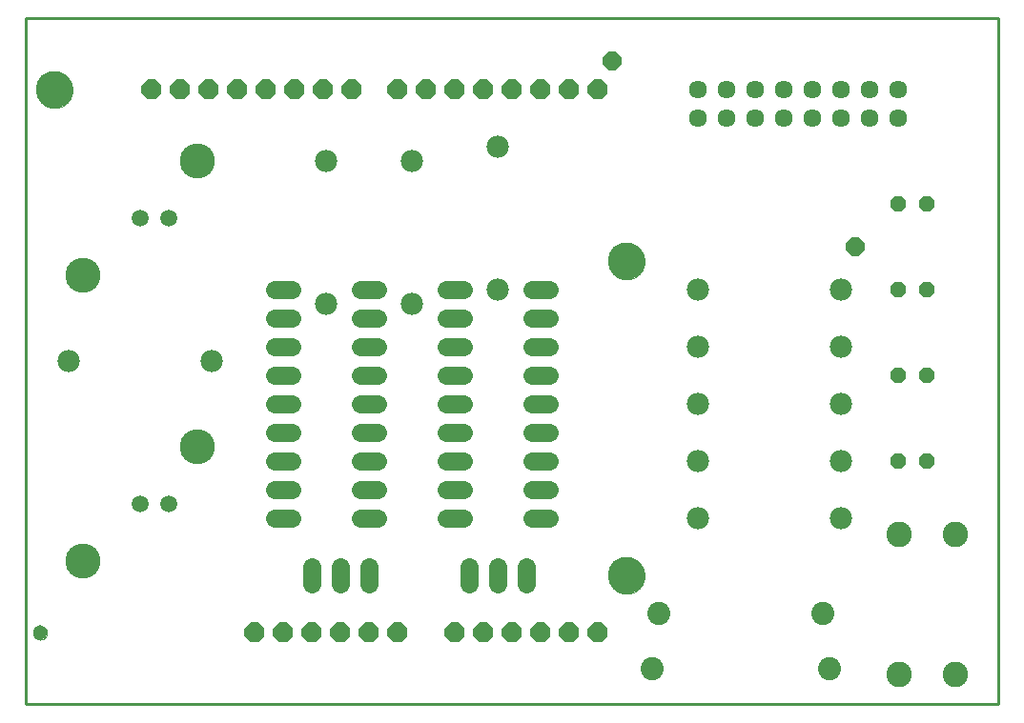
<source format=gbs>
G75*
%MOIN*%
%OFA0B0*%
%FSLAX25Y25*%
%IPPOS*%
%LPD*%
%AMOC8*
5,1,8,0,0,1.08239X$1,22.5*
%
%ADD10C,0.00000*%
%ADD11C,0.12998*%
%ADD12C,0.05124*%
%ADD13C,0.01000*%
%ADD14C,0.08077*%
%ADD15OC8,0.07000*%
%ADD16C,0.06400*%
%ADD17OC8,0.05600*%
%ADD18C,0.07800*%
%ADD19C,0.06337*%
%ADD20C,0.05904*%
%ADD21C,0.12270*%
%ADD22C,0.08900*%
%ADD23OC8,0.06400*%
D10*
X0079638Y0026500D02*
X0079640Y0026597D01*
X0079646Y0026694D01*
X0079656Y0026790D01*
X0079670Y0026886D01*
X0079688Y0026982D01*
X0079709Y0027076D01*
X0079735Y0027170D01*
X0079764Y0027262D01*
X0079798Y0027353D01*
X0079834Y0027443D01*
X0079875Y0027531D01*
X0079919Y0027617D01*
X0079967Y0027702D01*
X0080018Y0027784D01*
X0080072Y0027865D01*
X0080130Y0027943D01*
X0080191Y0028018D01*
X0080254Y0028091D01*
X0080321Y0028162D01*
X0080391Y0028229D01*
X0080463Y0028294D01*
X0080538Y0028355D01*
X0080616Y0028414D01*
X0080695Y0028469D01*
X0080777Y0028521D01*
X0080861Y0028569D01*
X0080947Y0028614D01*
X0081035Y0028656D01*
X0081124Y0028694D01*
X0081215Y0028728D01*
X0081307Y0028758D01*
X0081400Y0028785D01*
X0081495Y0028807D01*
X0081590Y0028826D01*
X0081686Y0028841D01*
X0081782Y0028852D01*
X0081879Y0028859D01*
X0081976Y0028862D01*
X0082073Y0028861D01*
X0082170Y0028856D01*
X0082266Y0028847D01*
X0082362Y0028834D01*
X0082458Y0028817D01*
X0082553Y0028796D01*
X0082646Y0028772D01*
X0082739Y0028743D01*
X0082831Y0028711D01*
X0082921Y0028675D01*
X0083009Y0028636D01*
X0083096Y0028592D01*
X0083181Y0028546D01*
X0083264Y0028495D01*
X0083345Y0028442D01*
X0083423Y0028385D01*
X0083500Y0028325D01*
X0083573Y0028262D01*
X0083644Y0028196D01*
X0083712Y0028127D01*
X0083778Y0028055D01*
X0083840Y0027981D01*
X0083899Y0027904D01*
X0083955Y0027825D01*
X0084008Y0027743D01*
X0084058Y0027660D01*
X0084103Y0027574D01*
X0084146Y0027487D01*
X0084185Y0027398D01*
X0084220Y0027308D01*
X0084251Y0027216D01*
X0084278Y0027123D01*
X0084302Y0027029D01*
X0084322Y0026934D01*
X0084338Y0026838D01*
X0084350Y0026742D01*
X0084358Y0026645D01*
X0084362Y0026548D01*
X0084362Y0026452D01*
X0084358Y0026355D01*
X0084350Y0026258D01*
X0084338Y0026162D01*
X0084322Y0026066D01*
X0084302Y0025971D01*
X0084278Y0025877D01*
X0084251Y0025784D01*
X0084220Y0025692D01*
X0084185Y0025602D01*
X0084146Y0025513D01*
X0084103Y0025426D01*
X0084058Y0025340D01*
X0084008Y0025257D01*
X0083955Y0025175D01*
X0083899Y0025096D01*
X0083840Y0025019D01*
X0083778Y0024945D01*
X0083712Y0024873D01*
X0083644Y0024804D01*
X0083573Y0024738D01*
X0083500Y0024675D01*
X0083423Y0024615D01*
X0083345Y0024558D01*
X0083264Y0024505D01*
X0083181Y0024454D01*
X0083096Y0024408D01*
X0083009Y0024364D01*
X0082921Y0024325D01*
X0082831Y0024289D01*
X0082739Y0024257D01*
X0082646Y0024228D01*
X0082553Y0024204D01*
X0082458Y0024183D01*
X0082362Y0024166D01*
X0082266Y0024153D01*
X0082170Y0024144D01*
X0082073Y0024139D01*
X0081976Y0024138D01*
X0081879Y0024141D01*
X0081782Y0024148D01*
X0081686Y0024159D01*
X0081590Y0024174D01*
X0081495Y0024193D01*
X0081400Y0024215D01*
X0081307Y0024242D01*
X0081215Y0024272D01*
X0081124Y0024306D01*
X0081035Y0024344D01*
X0080947Y0024386D01*
X0080861Y0024431D01*
X0080777Y0024479D01*
X0080695Y0024531D01*
X0080616Y0024586D01*
X0080538Y0024645D01*
X0080463Y0024706D01*
X0080391Y0024771D01*
X0080321Y0024838D01*
X0080254Y0024909D01*
X0080191Y0024982D01*
X0080130Y0025057D01*
X0080072Y0025135D01*
X0080018Y0025216D01*
X0079967Y0025298D01*
X0079919Y0025383D01*
X0079875Y0025469D01*
X0079834Y0025557D01*
X0079798Y0025647D01*
X0079764Y0025738D01*
X0079735Y0025830D01*
X0079709Y0025924D01*
X0079688Y0026018D01*
X0079670Y0026114D01*
X0079656Y0026210D01*
X0079646Y0026306D01*
X0079640Y0026403D01*
X0079638Y0026500D01*
X0280701Y0046500D02*
X0280703Y0046658D01*
X0280709Y0046816D01*
X0280719Y0046974D01*
X0280733Y0047132D01*
X0280751Y0047289D01*
X0280772Y0047446D01*
X0280798Y0047602D01*
X0280828Y0047758D01*
X0280861Y0047913D01*
X0280899Y0048066D01*
X0280940Y0048219D01*
X0280985Y0048371D01*
X0281034Y0048522D01*
X0281087Y0048671D01*
X0281143Y0048819D01*
X0281203Y0048965D01*
X0281267Y0049110D01*
X0281335Y0049253D01*
X0281406Y0049395D01*
X0281480Y0049535D01*
X0281558Y0049672D01*
X0281640Y0049808D01*
X0281724Y0049942D01*
X0281813Y0050073D01*
X0281904Y0050202D01*
X0281999Y0050329D01*
X0282096Y0050454D01*
X0282197Y0050576D01*
X0282301Y0050695D01*
X0282408Y0050812D01*
X0282518Y0050926D01*
X0282631Y0051037D01*
X0282746Y0051146D01*
X0282864Y0051251D01*
X0282985Y0051353D01*
X0283108Y0051453D01*
X0283234Y0051549D01*
X0283362Y0051642D01*
X0283492Y0051732D01*
X0283625Y0051818D01*
X0283760Y0051902D01*
X0283896Y0051981D01*
X0284035Y0052058D01*
X0284176Y0052130D01*
X0284318Y0052200D01*
X0284462Y0052265D01*
X0284608Y0052327D01*
X0284755Y0052385D01*
X0284904Y0052440D01*
X0285054Y0052491D01*
X0285205Y0052538D01*
X0285357Y0052581D01*
X0285510Y0052620D01*
X0285665Y0052656D01*
X0285820Y0052687D01*
X0285976Y0052715D01*
X0286132Y0052739D01*
X0286289Y0052759D01*
X0286447Y0052775D01*
X0286604Y0052787D01*
X0286763Y0052795D01*
X0286921Y0052799D01*
X0287079Y0052799D01*
X0287237Y0052795D01*
X0287396Y0052787D01*
X0287553Y0052775D01*
X0287711Y0052759D01*
X0287868Y0052739D01*
X0288024Y0052715D01*
X0288180Y0052687D01*
X0288335Y0052656D01*
X0288490Y0052620D01*
X0288643Y0052581D01*
X0288795Y0052538D01*
X0288946Y0052491D01*
X0289096Y0052440D01*
X0289245Y0052385D01*
X0289392Y0052327D01*
X0289538Y0052265D01*
X0289682Y0052200D01*
X0289824Y0052130D01*
X0289965Y0052058D01*
X0290104Y0051981D01*
X0290240Y0051902D01*
X0290375Y0051818D01*
X0290508Y0051732D01*
X0290638Y0051642D01*
X0290766Y0051549D01*
X0290892Y0051453D01*
X0291015Y0051353D01*
X0291136Y0051251D01*
X0291254Y0051146D01*
X0291369Y0051037D01*
X0291482Y0050926D01*
X0291592Y0050812D01*
X0291699Y0050695D01*
X0291803Y0050576D01*
X0291904Y0050454D01*
X0292001Y0050329D01*
X0292096Y0050202D01*
X0292187Y0050073D01*
X0292276Y0049942D01*
X0292360Y0049808D01*
X0292442Y0049672D01*
X0292520Y0049535D01*
X0292594Y0049395D01*
X0292665Y0049253D01*
X0292733Y0049110D01*
X0292797Y0048965D01*
X0292857Y0048819D01*
X0292913Y0048671D01*
X0292966Y0048522D01*
X0293015Y0048371D01*
X0293060Y0048219D01*
X0293101Y0048066D01*
X0293139Y0047913D01*
X0293172Y0047758D01*
X0293202Y0047602D01*
X0293228Y0047446D01*
X0293249Y0047289D01*
X0293267Y0047132D01*
X0293281Y0046974D01*
X0293291Y0046816D01*
X0293297Y0046658D01*
X0293299Y0046500D01*
X0293297Y0046342D01*
X0293291Y0046184D01*
X0293281Y0046026D01*
X0293267Y0045868D01*
X0293249Y0045711D01*
X0293228Y0045554D01*
X0293202Y0045398D01*
X0293172Y0045242D01*
X0293139Y0045087D01*
X0293101Y0044934D01*
X0293060Y0044781D01*
X0293015Y0044629D01*
X0292966Y0044478D01*
X0292913Y0044329D01*
X0292857Y0044181D01*
X0292797Y0044035D01*
X0292733Y0043890D01*
X0292665Y0043747D01*
X0292594Y0043605D01*
X0292520Y0043465D01*
X0292442Y0043328D01*
X0292360Y0043192D01*
X0292276Y0043058D01*
X0292187Y0042927D01*
X0292096Y0042798D01*
X0292001Y0042671D01*
X0291904Y0042546D01*
X0291803Y0042424D01*
X0291699Y0042305D01*
X0291592Y0042188D01*
X0291482Y0042074D01*
X0291369Y0041963D01*
X0291254Y0041854D01*
X0291136Y0041749D01*
X0291015Y0041647D01*
X0290892Y0041547D01*
X0290766Y0041451D01*
X0290638Y0041358D01*
X0290508Y0041268D01*
X0290375Y0041182D01*
X0290240Y0041098D01*
X0290104Y0041019D01*
X0289965Y0040942D01*
X0289824Y0040870D01*
X0289682Y0040800D01*
X0289538Y0040735D01*
X0289392Y0040673D01*
X0289245Y0040615D01*
X0289096Y0040560D01*
X0288946Y0040509D01*
X0288795Y0040462D01*
X0288643Y0040419D01*
X0288490Y0040380D01*
X0288335Y0040344D01*
X0288180Y0040313D01*
X0288024Y0040285D01*
X0287868Y0040261D01*
X0287711Y0040241D01*
X0287553Y0040225D01*
X0287396Y0040213D01*
X0287237Y0040205D01*
X0287079Y0040201D01*
X0286921Y0040201D01*
X0286763Y0040205D01*
X0286604Y0040213D01*
X0286447Y0040225D01*
X0286289Y0040241D01*
X0286132Y0040261D01*
X0285976Y0040285D01*
X0285820Y0040313D01*
X0285665Y0040344D01*
X0285510Y0040380D01*
X0285357Y0040419D01*
X0285205Y0040462D01*
X0285054Y0040509D01*
X0284904Y0040560D01*
X0284755Y0040615D01*
X0284608Y0040673D01*
X0284462Y0040735D01*
X0284318Y0040800D01*
X0284176Y0040870D01*
X0284035Y0040942D01*
X0283896Y0041019D01*
X0283760Y0041098D01*
X0283625Y0041182D01*
X0283492Y0041268D01*
X0283362Y0041358D01*
X0283234Y0041451D01*
X0283108Y0041547D01*
X0282985Y0041647D01*
X0282864Y0041749D01*
X0282746Y0041854D01*
X0282631Y0041963D01*
X0282518Y0042074D01*
X0282408Y0042188D01*
X0282301Y0042305D01*
X0282197Y0042424D01*
X0282096Y0042546D01*
X0281999Y0042671D01*
X0281904Y0042798D01*
X0281813Y0042927D01*
X0281724Y0043058D01*
X0281640Y0043192D01*
X0281558Y0043328D01*
X0281480Y0043465D01*
X0281406Y0043605D01*
X0281335Y0043747D01*
X0281267Y0043890D01*
X0281203Y0044035D01*
X0281143Y0044181D01*
X0281087Y0044329D01*
X0281034Y0044478D01*
X0280985Y0044629D01*
X0280940Y0044781D01*
X0280899Y0044934D01*
X0280861Y0045087D01*
X0280828Y0045242D01*
X0280798Y0045398D01*
X0280772Y0045554D01*
X0280751Y0045711D01*
X0280733Y0045868D01*
X0280719Y0046026D01*
X0280709Y0046184D01*
X0280703Y0046342D01*
X0280701Y0046500D01*
X0280701Y0156500D02*
X0280703Y0156658D01*
X0280709Y0156816D01*
X0280719Y0156974D01*
X0280733Y0157132D01*
X0280751Y0157289D01*
X0280772Y0157446D01*
X0280798Y0157602D01*
X0280828Y0157758D01*
X0280861Y0157913D01*
X0280899Y0158066D01*
X0280940Y0158219D01*
X0280985Y0158371D01*
X0281034Y0158522D01*
X0281087Y0158671D01*
X0281143Y0158819D01*
X0281203Y0158965D01*
X0281267Y0159110D01*
X0281335Y0159253D01*
X0281406Y0159395D01*
X0281480Y0159535D01*
X0281558Y0159672D01*
X0281640Y0159808D01*
X0281724Y0159942D01*
X0281813Y0160073D01*
X0281904Y0160202D01*
X0281999Y0160329D01*
X0282096Y0160454D01*
X0282197Y0160576D01*
X0282301Y0160695D01*
X0282408Y0160812D01*
X0282518Y0160926D01*
X0282631Y0161037D01*
X0282746Y0161146D01*
X0282864Y0161251D01*
X0282985Y0161353D01*
X0283108Y0161453D01*
X0283234Y0161549D01*
X0283362Y0161642D01*
X0283492Y0161732D01*
X0283625Y0161818D01*
X0283760Y0161902D01*
X0283896Y0161981D01*
X0284035Y0162058D01*
X0284176Y0162130D01*
X0284318Y0162200D01*
X0284462Y0162265D01*
X0284608Y0162327D01*
X0284755Y0162385D01*
X0284904Y0162440D01*
X0285054Y0162491D01*
X0285205Y0162538D01*
X0285357Y0162581D01*
X0285510Y0162620D01*
X0285665Y0162656D01*
X0285820Y0162687D01*
X0285976Y0162715D01*
X0286132Y0162739D01*
X0286289Y0162759D01*
X0286447Y0162775D01*
X0286604Y0162787D01*
X0286763Y0162795D01*
X0286921Y0162799D01*
X0287079Y0162799D01*
X0287237Y0162795D01*
X0287396Y0162787D01*
X0287553Y0162775D01*
X0287711Y0162759D01*
X0287868Y0162739D01*
X0288024Y0162715D01*
X0288180Y0162687D01*
X0288335Y0162656D01*
X0288490Y0162620D01*
X0288643Y0162581D01*
X0288795Y0162538D01*
X0288946Y0162491D01*
X0289096Y0162440D01*
X0289245Y0162385D01*
X0289392Y0162327D01*
X0289538Y0162265D01*
X0289682Y0162200D01*
X0289824Y0162130D01*
X0289965Y0162058D01*
X0290104Y0161981D01*
X0290240Y0161902D01*
X0290375Y0161818D01*
X0290508Y0161732D01*
X0290638Y0161642D01*
X0290766Y0161549D01*
X0290892Y0161453D01*
X0291015Y0161353D01*
X0291136Y0161251D01*
X0291254Y0161146D01*
X0291369Y0161037D01*
X0291482Y0160926D01*
X0291592Y0160812D01*
X0291699Y0160695D01*
X0291803Y0160576D01*
X0291904Y0160454D01*
X0292001Y0160329D01*
X0292096Y0160202D01*
X0292187Y0160073D01*
X0292276Y0159942D01*
X0292360Y0159808D01*
X0292442Y0159672D01*
X0292520Y0159535D01*
X0292594Y0159395D01*
X0292665Y0159253D01*
X0292733Y0159110D01*
X0292797Y0158965D01*
X0292857Y0158819D01*
X0292913Y0158671D01*
X0292966Y0158522D01*
X0293015Y0158371D01*
X0293060Y0158219D01*
X0293101Y0158066D01*
X0293139Y0157913D01*
X0293172Y0157758D01*
X0293202Y0157602D01*
X0293228Y0157446D01*
X0293249Y0157289D01*
X0293267Y0157132D01*
X0293281Y0156974D01*
X0293291Y0156816D01*
X0293297Y0156658D01*
X0293299Y0156500D01*
X0293297Y0156342D01*
X0293291Y0156184D01*
X0293281Y0156026D01*
X0293267Y0155868D01*
X0293249Y0155711D01*
X0293228Y0155554D01*
X0293202Y0155398D01*
X0293172Y0155242D01*
X0293139Y0155087D01*
X0293101Y0154934D01*
X0293060Y0154781D01*
X0293015Y0154629D01*
X0292966Y0154478D01*
X0292913Y0154329D01*
X0292857Y0154181D01*
X0292797Y0154035D01*
X0292733Y0153890D01*
X0292665Y0153747D01*
X0292594Y0153605D01*
X0292520Y0153465D01*
X0292442Y0153328D01*
X0292360Y0153192D01*
X0292276Y0153058D01*
X0292187Y0152927D01*
X0292096Y0152798D01*
X0292001Y0152671D01*
X0291904Y0152546D01*
X0291803Y0152424D01*
X0291699Y0152305D01*
X0291592Y0152188D01*
X0291482Y0152074D01*
X0291369Y0151963D01*
X0291254Y0151854D01*
X0291136Y0151749D01*
X0291015Y0151647D01*
X0290892Y0151547D01*
X0290766Y0151451D01*
X0290638Y0151358D01*
X0290508Y0151268D01*
X0290375Y0151182D01*
X0290240Y0151098D01*
X0290104Y0151019D01*
X0289965Y0150942D01*
X0289824Y0150870D01*
X0289682Y0150800D01*
X0289538Y0150735D01*
X0289392Y0150673D01*
X0289245Y0150615D01*
X0289096Y0150560D01*
X0288946Y0150509D01*
X0288795Y0150462D01*
X0288643Y0150419D01*
X0288490Y0150380D01*
X0288335Y0150344D01*
X0288180Y0150313D01*
X0288024Y0150285D01*
X0287868Y0150261D01*
X0287711Y0150241D01*
X0287553Y0150225D01*
X0287396Y0150213D01*
X0287237Y0150205D01*
X0287079Y0150201D01*
X0286921Y0150201D01*
X0286763Y0150205D01*
X0286604Y0150213D01*
X0286447Y0150225D01*
X0286289Y0150241D01*
X0286132Y0150261D01*
X0285976Y0150285D01*
X0285820Y0150313D01*
X0285665Y0150344D01*
X0285510Y0150380D01*
X0285357Y0150419D01*
X0285205Y0150462D01*
X0285054Y0150509D01*
X0284904Y0150560D01*
X0284755Y0150615D01*
X0284608Y0150673D01*
X0284462Y0150735D01*
X0284318Y0150800D01*
X0284176Y0150870D01*
X0284035Y0150942D01*
X0283896Y0151019D01*
X0283760Y0151098D01*
X0283625Y0151182D01*
X0283492Y0151268D01*
X0283362Y0151358D01*
X0283234Y0151451D01*
X0283108Y0151547D01*
X0282985Y0151647D01*
X0282864Y0151749D01*
X0282746Y0151854D01*
X0282631Y0151963D01*
X0282518Y0152074D01*
X0282408Y0152188D01*
X0282301Y0152305D01*
X0282197Y0152424D01*
X0282096Y0152546D01*
X0281999Y0152671D01*
X0281904Y0152798D01*
X0281813Y0152927D01*
X0281724Y0153058D01*
X0281640Y0153192D01*
X0281558Y0153328D01*
X0281480Y0153465D01*
X0281406Y0153605D01*
X0281335Y0153747D01*
X0281267Y0153890D01*
X0281203Y0154035D01*
X0281143Y0154181D01*
X0281087Y0154329D01*
X0281034Y0154478D01*
X0280985Y0154629D01*
X0280940Y0154781D01*
X0280899Y0154934D01*
X0280861Y0155087D01*
X0280828Y0155242D01*
X0280798Y0155398D01*
X0280772Y0155554D01*
X0280751Y0155711D01*
X0280733Y0155868D01*
X0280719Y0156026D01*
X0280709Y0156184D01*
X0280703Y0156342D01*
X0280701Y0156500D01*
X0080701Y0216500D02*
X0080703Y0216658D01*
X0080709Y0216816D01*
X0080719Y0216974D01*
X0080733Y0217132D01*
X0080751Y0217289D01*
X0080772Y0217446D01*
X0080798Y0217602D01*
X0080828Y0217758D01*
X0080861Y0217913D01*
X0080899Y0218066D01*
X0080940Y0218219D01*
X0080985Y0218371D01*
X0081034Y0218522D01*
X0081087Y0218671D01*
X0081143Y0218819D01*
X0081203Y0218965D01*
X0081267Y0219110D01*
X0081335Y0219253D01*
X0081406Y0219395D01*
X0081480Y0219535D01*
X0081558Y0219672D01*
X0081640Y0219808D01*
X0081724Y0219942D01*
X0081813Y0220073D01*
X0081904Y0220202D01*
X0081999Y0220329D01*
X0082096Y0220454D01*
X0082197Y0220576D01*
X0082301Y0220695D01*
X0082408Y0220812D01*
X0082518Y0220926D01*
X0082631Y0221037D01*
X0082746Y0221146D01*
X0082864Y0221251D01*
X0082985Y0221353D01*
X0083108Y0221453D01*
X0083234Y0221549D01*
X0083362Y0221642D01*
X0083492Y0221732D01*
X0083625Y0221818D01*
X0083760Y0221902D01*
X0083896Y0221981D01*
X0084035Y0222058D01*
X0084176Y0222130D01*
X0084318Y0222200D01*
X0084462Y0222265D01*
X0084608Y0222327D01*
X0084755Y0222385D01*
X0084904Y0222440D01*
X0085054Y0222491D01*
X0085205Y0222538D01*
X0085357Y0222581D01*
X0085510Y0222620D01*
X0085665Y0222656D01*
X0085820Y0222687D01*
X0085976Y0222715D01*
X0086132Y0222739D01*
X0086289Y0222759D01*
X0086447Y0222775D01*
X0086604Y0222787D01*
X0086763Y0222795D01*
X0086921Y0222799D01*
X0087079Y0222799D01*
X0087237Y0222795D01*
X0087396Y0222787D01*
X0087553Y0222775D01*
X0087711Y0222759D01*
X0087868Y0222739D01*
X0088024Y0222715D01*
X0088180Y0222687D01*
X0088335Y0222656D01*
X0088490Y0222620D01*
X0088643Y0222581D01*
X0088795Y0222538D01*
X0088946Y0222491D01*
X0089096Y0222440D01*
X0089245Y0222385D01*
X0089392Y0222327D01*
X0089538Y0222265D01*
X0089682Y0222200D01*
X0089824Y0222130D01*
X0089965Y0222058D01*
X0090104Y0221981D01*
X0090240Y0221902D01*
X0090375Y0221818D01*
X0090508Y0221732D01*
X0090638Y0221642D01*
X0090766Y0221549D01*
X0090892Y0221453D01*
X0091015Y0221353D01*
X0091136Y0221251D01*
X0091254Y0221146D01*
X0091369Y0221037D01*
X0091482Y0220926D01*
X0091592Y0220812D01*
X0091699Y0220695D01*
X0091803Y0220576D01*
X0091904Y0220454D01*
X0092001Y0220329D01*
X0092096Y0220202D01*
X0092187Y0220073D01*
X0092276Y0219942D01*
X0092360Y0219808D01*
X0092442Y0219672D01*
X0092520Y0219535D01*
X0092594Y0219395D01*
X0092665Y0219253D01*
X0092733Y0219110D01*
X0092797Y0218965D01*
X0092857Y0218819D01*
X0092913Y0218671D01*
X0092966Y0218522D01*
X0093015Y0218371D01*
X0093060Y0218219D01*
X0093101Y0218066D01*
X0093139Y0217913D01*
X0093172Y0217758D01*
X0093202Y0217602D01*
X0093228Y0217446D01*
X0093249Y0217289D01*
X0093267Y0217132D01*
X0093281Y0216974D01*
X0093291Y0216816D01*
X0093297Y0216658D01*
X0093299Y0216500D01*
X0093297Y0216342D01*
X0093291Y0216184D01*
X0093281Y0216026D01*
X0093267Y0215868D01*
X0093249Y0215711D01*
X0093228Y0215554D01*
X0093202Y0215398D01*
X0093172Y0215242D01*
X0093139Y0215087D01*
X0093101Y0214934D01*
X0093060Y0214781D01*
X0093015Y0214629D01*
X0092966Y0214478D01*
X0092913Y0214329D01*
X0092857Y0214181D01*
X0092797Y0214035D01*
X0092733Y0213890D01*
X0092665Y0213747D01*
X0092594Y0213605D01*
X0092520Y0213465D01*
X0092442Y0213328D01*
X0092360Y0213192D01*
X0092276Y0213058D01*
X0092187Y0212927D01*
X0092096Y0212798D01*
X0092001Y0212671D01*
X0091904Y0212546D01*
X0091803Y0212424D01*
X0091699Y0212305D01*
X0091592Y0212188D01*
X0091482Y0212074D01*
X0091369Y0211963D01*
X0091254Y0211854D01*
X0091136Y0211749D01*
X0091015Y0211647D01*
X0090892Y0211547D01*
X0090766Y0211451D01*
X0090638Y0211358D01*
X0090508Y0211268D01*
X0090375Y0211182D01*
X0090240Y0211098D01*
X0090104Y0211019D01*
X0089965Y0210942D01*
X0089824Y0210870D01*
X0089682Y0210800D01*
X0089538Y0210735D01*
X0089392Y0210673D01*
X0089245Y0210615D01*
X0089096Y0210560D01*
X0088946Y0210509D01*
X0088795Y0210462D01*
X0088643Y0210419D01*
X0088490Y0210380D01*
X0088335Y0210344D01*
X0088180Y0210313D01*
X0088024Y0210285D01*
X0087868Y0210261D01*
X0087711Y0210241D01*
X0087553Y0210225D01*
X0087396Y0210213D01*
X0087237Y0210205D01*
X0087079Y0210201D01*
X0086921Y0210201D01*
X0086763Y0210205D01*
X0086604Y0210213D01*
X0086447Y0210225D01*
X0086289Y0210241D01*
X0086132Y0210261D01*
X0085976Y0210285D01*
X0085820Y0210313D01*
X0085665Y0210344D01*
X0085510Y0210380D01*
X0085357Y0210419D01*
X0085205Y0210462D01*
X0085054Y0210509D01*
X0084904Y0210560D01*
X0084755Y0210615D01*
X0084608Y0210673D01*
X0084462Y0210735D01*
X0084318Y0210800D01*
X0084176Y0210870D01*
X0084035Y0210942D01*
X0083896Y0211019D01*
X0083760Y0211098D01*
X0083625Y0211182D01*
X0083492Y0211268D01*
X0083362Y0211358D01*
X0083234Y0211451D01*
X0083108Y0211547D01*
X0082985Y0211647D01*
X0082864Y0211749D01*
X0082746Y0211854D01*
X0082631Y0211963D01*
X0082518Y0212074D01*
X0082408Y0212188D01*
X0082301Y0212305D01*
X0082197Y0212424D01*
X0082096Y0212546D01*
X0081999Y0212671D01*
X0081904Y0212798D01*
X0081813Y0212927D01*
X0081724Y0213058D01*
X0081640Y0213192D01*
X0081558Y0213328D01*
X0081480Y0213465D01*
X0081406Y0213605D01*
X0081335Y0213747D01*
X0081267Y0213890D01*
X0081203Y0214035D01*
X0081143Y0214181D01*
X0081087Y0214329D01*
X0081034Y0214478D01*
X0080985Y0214629D01*
X0080940Y0214781D01*
X0080899Y0214934D01*
X0080861Y0215087D01*
X0080828Y0215242D01*
X0080798Y0215398D01*
X0080772Y0215554D01*
X0080751Y0215711D01*
X0080733Y0215868D01*
X0080719Y0216026D01*
X0080709Y0216184D01*
X0080703Y0216342D01*
X0080701Y0216500D01*
D11*
X0087000Y0216500D03*
X0287000Y0156500D03*
X0287000Y0046500D03*
D12*
X0082000Y0026500D03*
D13*
X0077000Y0001500D02*
X0417000Y0001500D01*
X0417000Y0241500D01*
X0077000Y0241500D01*
X0077000Y0001500D01*
D14*
X0296094Y0014020D03*
X0298457Y0033311D03*
X0355543Y0033311D03*
X0357906Y0014020D03*
D15*
X0277000Y0026500D03*
X0267000Y0026500D03*
X0257000Y0026500D03*
X0247000Y0026500D03*
X0237000Y0026500D03*
X0227000Y0026500D03*
X0207000Y0026500D03*
X0197000Y0026500D03*
X0187000Y0026500D03*
X0177000Y0026500D03*
X0167000Y0026500D03*
X0157000Y0026500D03*
X0161000Y0216500D03*
X0151000Y0216500D03*
X0141000Y0216500D03*
X0131000Y0216500D03*
X0121000Y0216500D03*
X0171000Y0216500D03*
X0181000Y0216500D03*
X0191000Y0216500D03*
X0207000Y0216500D03*
X0217000Y0216500D03*
X0227000Y0216500D03*
X0237000Y0216500D03*
X0247000Y0216500D03*
X0257000Y0216500D03*
X0267000Y0216500D03*
X0277000Y0216500D03*
D16*
X0260000Y0146500D02*
X0254000Y0146500D01*
X0254000Y0136500D02*
X0260000Y0136500D01*
X0260000Y0126500D02*
X0254000Y0126500D01*
X0254000Y0116500D02*
X0260000Y0116500D01*
X0260000Y0106500D02*
X0254000Y0106500D01*
X0254000Y0096500D02*
X0260000Y0096500D01*
X0260000Y0086500D02*
X0254000Y0086500D01*
X0254000Y0076500D02*
X0260000Y0076500D01*
X0260000Y0066500D02*
X0254000Y0066500D01*
X0230000Y0066500D02*
X0224000Y0066500D01*
X0224000Y0076500D02*
X0230000Y0076500D01*
X0230000Y0086500D02*
X0224000Y0086500D01*
X0224000Y0096500D02*
X0230000Y0096500D01*
X0230000Y0106500D02*
X0224000Y0106500D01*
X0224000Y0116500D02*
X0230000Y0116500D01*
X0230000Y0126500D02*
X0224000Y0126500D01*
X0224000Y0136500D02*
X0230000Y0136500D01*
X0230000Y0146500D02*
X0224000Y0146500D01*
X0200000Y0146500D02*
X0194000Y0146500D01*
X0194000Y0136500D02*
X0200000Y0136500D01*
X0200000Y0126500D02*
X0194000Y0126500D01*
X0194000Y0116500D02*
X0200000Y0116500D01*
X0200000Y0106500D02*
X0194000Y0106500D01*
X0194000Y0096500D02*
X0200000Y0096500D01*
X0200000Y0086500D02*
X0194000Y0086500D01*
X0194000Y0076500D02*
X0200000Y0076500D01*
X0200000Y0066500D02*
X0194000Y0066500D01*
X0170000Y0066500D02*
X0164000Y0066500D01*
X0164000Y0076500D02*
X0170000Y0076500D01*
X0170000Y0086500D02*
X0164000Y0086500D01*
X0164000Y0096500D02*
X0170000Y0096500D01*
X0170000Y0106500D02*
X0164000Y0106500D01*
X0164000Y0116500D02*
X0170000Y0116500D01*
X0170000Y0126500D02*
X0164000Y0126500D01*
X0164000Y0136500D02*
X0170000Y0136500D01*
X0170000Y0146500D02*
X0164000Y0146500D01*
X0177000Y0049500D02*
X0177000Y0043500D01*
X0187000Y0043500D02*
X0187000Y0049500D01*
X0197000Y0049500D02*
X0197000Y0043500D01*
X0232000Y0043500D02*
X0232000Y0049500D01*
X0242000Y0049500D02*
X0242000Y0043500D01*
X0252000Y0043500D02*
X0252000Y0049500D01*
D17*
X0382000Y0086500D03*
X0392000Y0086500D03*
X0392000Y0116500D03*
X0382000Y0116500D03*
X0382000Y0146500D03*
X0392000Y0146500D03*
X0392000Y0176500D03*
X0382000Y0176500D03*
D18*
X0362000Y0146500D03*
X0362000Y0126500D03*
X0362000Y0106500D03*
X0362000Y0086500D03*
X0362000Y0066500D03*
X0312000Y0066500D03*
X0312000Y0086500D03*
X0312000Y0106500D03*
X0312000Y0126500D03*
X0312000Y0146500D03*
X0242000Y0146500D03*
X0212000Y0141500D03*
X0182000Y0141500D03*
X0142000Y0121500D03*
X0092000Y0121500D03*
X0182000Y0191500D03*
X0212000Y0191500D03*
X0242000Y0196500D03*
D19*
X0312000Y0206500D03*
X0322000Y0206500D03*
X0332000Y0206500D03*
X0342000Y0206500D03*
X0352000Y0206500D03*
X0362000Y0206500D03*
X0372000Y0206500D03*
X0382000Y0206500D03*
X0382000Y0216500D03*
X0372000Y0216500D03*
X0362000Y0216500D03*
X0352000Y0216500D03*
X0342000Y0216500D03*
X0332000Y0216500D03*
X0322000Y0216500D03*
X0312000Y0216500D03*
D20*
X0127000Y0171500D03*
X0117000Y0171500D03*
X0117000Y0071500D03*
X0127000Y0071500D03*
D21*
X0137000Y0091500D03*
X0097000Y0051500D03*
X0097000Y0151500D03*
X0137000Y0191500D03*
D22*
X0382157Y0061106D03*
X0401843Y0061106D03*
X0401843Y0011894D03*
X0382157Y0011894D03*
D23*
X0367000Y0161500D03*
X0282000Y0226500D03*
M02*

</source>
